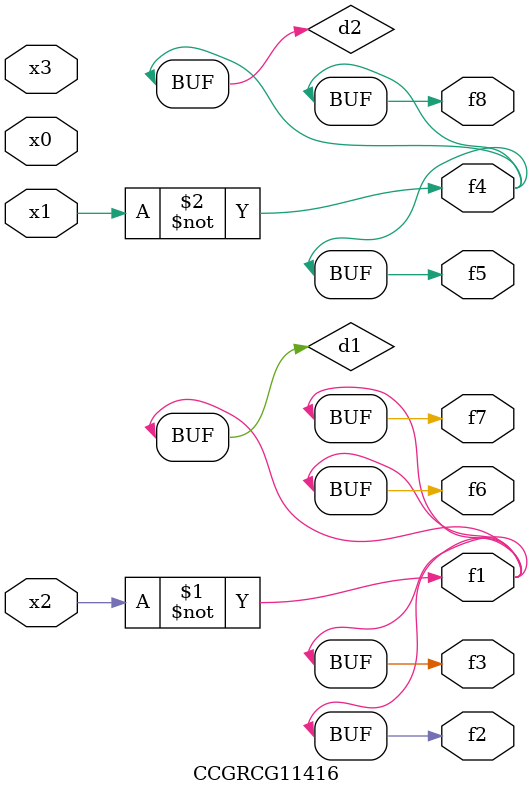
<source format=v>
module CCGRCG11416(
	input x0, x1, x2, x3,
	output f1, f2, f3, f4, f5, f6, f7, f8
);

	wire d1, d2;

	xnor (d1, x2);
	not (d2, x1);
	assign f1 = d1;
	assign f2 = d1;
	assign f3 = d1;
	assign f4 = d2;
	assign f5 = d2;
	assign f6 = d1;
	assign f7 = d1;
	assign f8 = d2;
endmodule

</source>
